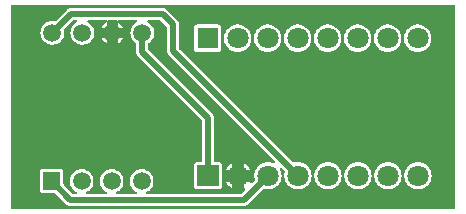
<source format=gtl>
G04 Layer: TopLayer*
G04 EasyEDA v6.5.5, 2022-06-09 14:01:39*
G04 0642bc9331b94787885f2cc059754cc5,5a628b76fac64d3cb101ae6d552a3bac,10*
G04 Gerber Generator version 0.2*
G04 Scale: 100 percent, Rotated: No, Reflected: No *
G04 Dimensions in millimeters *
G04 leading zeros omitted , absolute positions ,4 integer and 5 decimal *
%FSLAX45Y45*%
%MOMM*%

%ADD11C,0.5000*%
%ADD12C,1.4986*%
%ADD14C,1.8000*%
%ADD15R,1.8000X1.8000*%

%LPD*%
G36*
X1052068Y6883908D02*
G01*
X1048156Y6884670D01*
X1044905Y6886905D01*
X1042669Y6890156D01*
X1041908Y6894068D01*
X1041908Y8599932D01*
X1042669Y8603843D01*
X1044905Y8607094D01*
X1048156Y8609330D01*
X1052068Y8610092D01*
X4789932Y8610092D01*
X4793843Y8609330D01*
X4797094Y8607094D01*
X4799330Y8603843D01*
X4800092Y8599932D01*
X4800092Y6894068D01*
X4799330Y6890156D01*
X4797094Y6886905D01*
X4793843Y6884670D01*
X4789932Y6883908D01*
G37*

%LPC*%
G36*
X1544777Y6908698D02*
G01*
X3009696Y6908698D01*
X3014319Y6908901D01*
X3018739Y6909460D01*
X3023057Y6910425D01*
X3027324Y6911746D01*
X3031388Y6913473D01*
X3035350Y6915505D01*
X3039110Y6917893D01*
X3042615Y6920585D01*
X3046069Y6923735D01*
X3174288Y7052005D01*
X3177133Y7053986D01*
X3180486Y7054900D01*
X3183991Y7054646D01*
X3194405Y7051954D01*
X3208832Y7050125D01*
X3223361Y7050125D01*
X3237788Y7051954D01*
X3251911Y7055561D01*
X3265424Y7060946D01*
X3278174Y7067956D01*
X3289960Y7076490D01*
X3300577Y7086447D01*
X3309874Y7097674D01*
X3317646Y7109968D01*
X3323844Y7123125D01*
X3328365Y7136993D01*
X3331057Y7151268D01*
X3331972Y7165797D01*
X3331057Y7180325D01*
X3328365Y7194600D01*
X3323844Y7208469D01*
X3320491Y7215631D01*
X3319526Y7219543D01*
X3320135Y7223556D01*
X3322269Y7226960D01*
X3325571Y7229297D01*
X3329533Y7230109D01*
X3333496Y7229398D01*
X3336848Y7227163D01*
X3356254Y7207707D01*
X3358387Y7204659D01*
X3359251Y7201052D01*
X3358743Y7197394D01*
X3357829Y7194600D01*
X3355136Y7180325D01*
X3354222Y7165797D01*
X3355136Y7151268D01*
X3357829Y7136993D01*
X3362350Y7123125D01*
X3368548Y7109968D01*
X3376320Y7097674D01*
X3385616Y7086447D01*
X3396234Y7076490D01*
X3408019Y7067956D01*
X3420770Y7060946D01*
X3434283Y7055561D01*
X3448405Y7051954D01*
X3462832Y7050125D01*
X3477361Y7050125D01*
X3491788Y7051954D01*
X3505911Y7055561D01*
X3519424Y7060946D01*
X3532174Y7067956D01*
X3543960Y7076490D01*
X3554577Y7086447D01*
X3563874Y7097674D01*
X3571646Y7109968D01*
X3577844Y7123125D01*
X3582365Y7136993D01*
X3585057Y7151268D01*
X3585972Y7165797D01*
X3585057Y7180325D01*
X3582365Y7194600D01*
X3577844Y7208469D01*
X3571646Y7221626D01*
X3563874Y7233920D01*
X3554577Y7245146D01*
X3543960Y7255103D01*
X3532174Y7263638D01*
X3519424Y7270648D01*
X3505911Y7276033D01*
X3491788Y7279640D01*
X3477361Y7281468D01*
X3462832Y7281468D01*
X3448405Y7279640D01*
X3438042Y7276998D01*
X3434587Y7276693D01*
X3431184Y7277658D01*
X3428339Y7279640D01*
X2466898Y8241131D01*
X2464663Y8244382D01*
X2463901Y8248294D01*
X2463901Y8445296D01*
X2463698Y8449919D01*
X2463139Y8454339D01*
X2462174Y8458657D01*
X2460853Y8462924D01*
X2459126Y8466988D01*
X2457094Y8470950D01*
X2454706Y8474710D01*
X2452014Y8478215D01*
X2448864Y8481669D01*
X2360269Y8570264D01*
X2356815Y8573414D01*
X2353310Y8576106D01*
X2349550Y8578494D01*
X2345588Y8580526D01*
X2341524Y8582253D01*
X2337257Y8583574D01*
X2332939Y8584539D01*
X2328519Y8585098D01*
X2323896Y8585301D01*
X1550619Y8585301D01*
X1545996Y8585098D01*
X1541576Y8584539D01*
X1537258Y8583574D01*
X1532991Y8582253D01*
X1528927Y8580526D01*
X1524965Y8578494D01*
X1521206Y8576106D01*
X1517700Y8573414D01*
X1514246Y8570264D01*
X1420977Y8476996D01*
X1418183Y8475014D01*
X1414881Y8474049D01*
X1411478Y8474252D01*
X1408379Y8475014D01*
X1394968Y8476335D01*
X1381506Y8475929D01*
X1368247Y8473643D01*
X1355394Y8469680D01*
X1343152Y8463991D01*
X1331823Y8456777D01*
X1321511Y8448090D01*
X1312468Y8438083D01*
X1304848Y8426958D01*
X1298803Y8414969D01*
X1294384Y8402218D01*
X1291691Y8389061D01*
X1290777Y8375599D01*
X1291691Y8362137D01*
X1294384Y8348980D01*
X1298803Y8336229D01*
X1304848Y8324240D01*
X1312468Y8313115D01*
X1321511Y8303107D01*
X1331823Y8294420D01*
X1343152Y8287207D01*
X1355394Y8281517D01*
X1368247Y8277555D01*
X1381506Y8275269D01*
X1394968Y8274862D01*
X1408379Y8276183D01*
X1421485Y8279333D01*
X1434033Y8284159D01*
X1445869Y8290610D01*
X1456690Y8298586D01*
X1466392Y8307984D01*
X1474724Y8318550D01*
X1481582Y8330133D01*
X1486865Y8342528D01*
X1490421Y8355533D01*
X1492199Y8368842D01*
X1492199Y8382304D01*
X1490268Y8396579D01*
X1490319Y8399678D01*
X1491284Y8402624D01*
X1493113Y8405114D01*
X1568551Y8480501D01*
X1571802Y8482736D01*
X1575714Y8483498D01*
X1593138Y8483498D01*
X1596948Y8482736D01*
X1600200Y8480602D01*
X1602435Y8477402D01*
X1603248Y8473592D01*
X1602587Y8469731D01*
X1600555Y8466429D01*
X1597152Y8463991D01*
X1585823Y8456777D01*
X1575511Y8448090D01*
X1566468Y8438083D01*
X1558848Y8426958D01*
X1552803Y8414969D01*
X1548384Y8402218D01*
X1545691Y8389061D01*
X1544777Y8375599D01*
X1545691Y8362137D01*
X1548384Y8348980D01*
X1552803Y8336229D01*
X1558848Y8324240D01*
X1566468Y8313115D01*
X1575511Y8303107D01*
X1585823Y8294420D01*
X1597152Y8287207D01*
X1609394Y8281517D01*
X1622247Y8277555D01*
X1635506Y8275269D01*
X1648968Y8274862D01*
X1662379Y8276183D01*
X1675485Y8279333D01*
X1688033Y8284159D01*
X1699869Y8290610D01*
X1710689Y8298586D01*
X1720392Y8307984D01*
X1728724Y8318550D01*
X1735582Y8330133D01*
X1740865Y8342528D01*
X1744421Y8355533D01*
X1746199Y8368842D01*
X1746199Y8382355D01*
X1744421Y8395665D01*
X1740865Y8408670D01*
X1735582Y8421065D01*
X1728724Y8432647D01*
X1720392Y8443214D01*
X1710689Y8452612D01*
X1699869Y8460587D01*
X1692859Y8464397D01*
X1689506Y8467344D01*
X1687728Y8471408D01*
X1687880Y8475827D01*
X1689912Y8479790D01*
X1693418Y8482533D01*
X1697736Y8483498D01*
X1847138Y8483498D01*
X1850948Y8482736D01*
X1854200Y8480602D01*
X1856587Y8477199D01*
X1858772Y8480501D01*
X1862074Y8482736D01*
X1865934Y8483498D01*
X1933244Y8483498D01*
X1937156Y8482736D01*
X1940458Y8480501D01*
X1942592Y8477300D01*
X1943912Y8479790D01*
X1947418Y8482533D01*
X1951736Y8483498D01*
X2101138Y8483498D01*
X2104948Y8482736D01*
X2108200Y8480602D01*
X2110435Y8477402D01*
X2111298Y8473592D01*
X2110638Y8469731D01*
X2108555Y8466429D01*
X2105152Y8463991D01*
X2093823Y8456777D01*
X2083511Y8448040D01*
X2074519Y8438083D01*
X2066848Y8426958D01*
X2060803Y8414969D01*
X2056384Y8402218D01*
X2053691Y8389010D01*
X2052777Y8375599D01*
X2053691Y8362137D01*
X2056384Y8348980D01*
X2060803Y8336229D01*
X2066848Y8324240D01*
X2074519Y8313115D01*
X2083511Y8303107D01*
X2093823Y8294420D01*
X2098040Y8291728D01*
X2100580Y8289442D01*
X2102205Y8286496D01*
X2102764Y8283143D01*
X2102764Y8209737D01*
X2102967Y8205114D01*
X2103526Y8200694D01*
X2104491Y8196376D01*
X2105812Y8192109D01*
X2107539Y8188045D01*
X2109571Y8184083D01*
X2111959Y8180324D01*
X2114651Y8176818D01*
X2117801Y8173364D01*
X2654249Y7636916D01*
X2656484Y7633665D01*
X2657246Y7629753D01*
X2657246Y7291882D01*
X2656484Y7287971D01*
X2654249Y7284669D01*
X2650947Y7282484D01*
X2647086Y7281722D01*
X2618689Y7281722D01*
X2612339Y7281011D01*
X2606903Y7279081D01*
X2601976Y7275982D01*
X2597912Y7271918D01*
X2594813Y7266990D01*
X2592882Y7261555D01*
X2592171Y7255256D01*
X2592171Y7076389D01*
X2592882Y7070039D01*
X2594813Y7064603D01*
X2597912Y7059675D01*
X2601976Y7055612D01*
X2606903Y7052513D01*
X2612339Y7050582D01*
X2618689Y7049871D01*
X2797505Y7049871D01*
X2803855Y7050582D01*
X2809290Y7052513D01*
X2814218Y7055612D01*
X2818282Y7059675D01*
X2821381Y7064603D01*
X2823311Y7070039D01*
X2824022Y7076389D01*
X2824022Y7255256D01*
X2823311Y7261555D01*
X2821381Y7266990D01*
X2818282Y7271918D01*
X2814218Y7275982D01*
X2809290Y7279081D01*
X2803855Y7281011D01*
X2797505Y7281722D01*
X2769209Y7281722D01*
X2765348Y7282484D01*
X2762046Y7284669D01*
X2759811Y7287971D01*
X2759049Y7291882D01*
X2759049Y7654848D01*
X2758846Y7659471D01*
X2758287Y7663891D01*
X2757322Y7668209D01*
X2756001Y7672476D01*
X2754274Y7676540D01*
X2752242Y7680502D01*
X2749854Y7684262D01*
X2747162Y7687767D01*
X2744012Y7691221D01*
X2207564Y8227669D01*
X2205329Y8230920D01*
X2204567Y8234832D01*
X2204567Y8283041D01*
X2205075Y8286191D01*
X2206498Y8288985D01*
X2208682Y8291220D01*
X2218690Y8298586D01*
X2228392Y8307984D01*
X2236724Y8318550D01*
X2243582Y8330133D01*
X2248865Y8342528D01*
X2252421Y8355533D01*
X2254199Y8368842D01*
X2254199Y8382355D01*
X2252421Y8395665D01*
X2248865Y8408670D01*
X2243582Y8421065D01*
X2236724Y8432647D01*
X2228392Y8443214D01*
X2218690Y8452561D01*
X2207869Y8460587D01*
X2200859Y8464397D01*
X2197506Y8467344D01*
X2195728Y8471408D01*
X2195880Y8475827D01*
X2197912Y8479790D01*
X2201418Y8482533D01*
X2205736Y8483498D01*
X2298801Y8483498D01*
X2302713Y8482736D01*
X2305964Y8480501D01*
X2359101Y8427364D01*
X2361336Y8424113D01*
X2362098Y8420201D01*
X2362098Y8223199D01*
X2362301Y8218576D01*
X2362860Y8214156D01*
X2363825Y8209838D01*
X2365146Y8205571D01*
X2366873Y8201507D01*
X2368905Y8197545D01*
X2371293Y8193786D01*
X2373985Y8190280D01*
X2377135Y8186826D01*
X3276955Y7287056D01*
X3279140Y7283805D01*
X3279901Y7279944D01*
X3279140Y7276033D01*
X3277006Y7272781D01*
X3273755Y7270546D01*
X3269894Y7269734D01*
X3266033Y7270445D01*
X3251911Y7276033D01*
X3237788Y7279640D01*
X3223361Y7281468D01*
X3208832Y7281468D01*
X3194405Y7279640D01*
X3180283Y7276033D01*
X3166770Y7270648D01*
X3154019Y7263638D01*
X3142234Y7255103D01*
X3131616Y7245146D01*
X3122320Y7233920D01*
X3114548Y7221626D01*
X3108350Y7208469D01*
X3103829Y7194600D01*
X3101136Y7180325D01*
X3100222Y7165797D01*
X3101136Y7151268D01*
X3103829Y7136993D01*
X3104743Y7134250D01*
X3105200Y7130592D01*
X3104337Y7126986D01*
X3102254Y7123938D01*
X3082899Y7104634D01*
X3079546Y7102398D01*
X3075584Y7101636D01*
X3071672Y7102500D01*
X3068370Y7104837D01*
X3066237Y7108240D01*
X3065576Y7112203D01*
X3066135Y7114438D01*
X3013456Y7114438D01*
X3013456Y7061606D01*
X3017774Y7061606D01*
X3021685Y7059777D01*
X3024530Y7056526D01*
X3025749Y7052411D01*
X3025140Y7048093D01*
X3022803Y7044486D01*
X2991764Y7013498D01*
X2988513Y7011263D01*
X2984601Y7010501D01*
X2195372Y7010501D01*
X2191512Y7011263D01*
X2188260Y7013397D01*
X2186025Y7016597D01*
X2185212Y7020407D01*
X2185873Y7024268D01*
X2187905Y7027570D01*
X2191054Y7029907D01*
X2194763Y7031583D01*
X2206091Y7038848D01*
X2216404Y7047534D01*
X2225395Y7057542D01*
X2233066Y7068616D01*
X2239111Y7080656D01*
X2243531Y7093356D01*
X2246223Y7106564D01*
X2247138Y7119975D01*
X2246223Y7133437D01*
X2243531Y7146645D01*
X2239111Y7159345D01*
X2233066Y7171385D01*
X2225395Y7182459D01*
X2216404Y7192467D01*
X2206091Y7201153D01*
X2194763Y7208418D01*
X2182520Y7214057D01*
X2169668Y7218070D01*
X2156409Y7220305D01*
X2142947Y7220762D01*
X2129536Y7219391D01*
X2116429Y7216292D01*
X2103882Y7211466D01*
X2092045Y7204964D01*
X2081225Y7196988D01*
X2071522Y7187641D01*
X2063191Y7177074D01*
X2056333Y7165492D01*
X2051050Y7153046D01*
X2047493Y7140092D01*
X2045716Y7126731D01*
X2045716Y7113270D01*
X2047493Y7099909D01*
X2051050Y7086955D01*
X2056333Y7074509D01*
X2063191Y7062927D01*
X2071522Y7052360D01*
X2081225Y7043013D01*
X2092045Y7035038D01*
X2102002Y7029602D01*
X2105304Y7026656D01*
X2107082Y7022592D01*
X2106930Y7018172D01*
X2104948Y7014209D01*
X2101443Y7011466D01*
X2097125Y7010501D01*
X1941372Y7010501D01*
X1937512Y7011263D01*
X1934260Y7013397D01*
X1932025Y7016597D01*
X1931212Y7020407D01*
X1931873Y7024268D01*
X1933905Y7027570D01*
X1937054Y7029907D01*
X1940763Y7031583D01*
X1952091Y7038848D01*
X1962404Y7047534D01*
X1971395Y7057542D01*
X1979066Y7068616D01*
X1985111Y7080656D01*
X1989531Y7093356D01*
X1992223Y7106564D01*
X1993138Y7119975D01*
X1992223Y7133437D01*
X1989531Y7146645D01*
X1985111Y7159345D01*
X1979066Y7171385D01*
X1971395Y7182459D01*
X1962404Y7192467D01*
X1952091Y7201153D01*
X1940763Y7208418D01*
X1928520Y7214057D01*
X1915668Y7218070D01*
X1902409Y7220305D01*
X1888947Y7220762D01*
X1875536Y7219391D01*
X1862429Y7216292D01*
X1849882Y7211466D01*
X1838045Y7204964D01*
X1827225Y7196988D01*
X1817522Y7187641D01*
X1809191Y7177074D01*
X1802333Y7165492D01*
X1797050Y7153046D01*
X1793493Y7140092D01*
X1791716Y7126731D01*
X1791716Y7113270D01*
X1793493Y7099909D01*
X1797050Y7086955D01*
X1802333Y7074509D01*
X1809191Y7062927D01*
X1817522Y7052360D01*
X1827225Y7043013D01*
X1838045Y7035038D01*
X1848002Y7029602D01*
X1851304Y7026656D01*
X1853082Y7022592D01*
X1852930Y7018172D01*
X1850948Y7014209D01*
X1847443Y7011466D01*
X1843125Y7010501D01*
X1687372Y7010501D01*
X1683512Y7011263D01*
X1680260Y7013397D01*
X1678025Y7016597D01*
X1677212Y7020407D01*
X1677873Y7024268D01*
X1679905Y7027570D01*
X1683054Y7029907D01*
X1686763Y7031583D01*
X1698091Y7038848D01*
X1708404Y7047534D01*
X1717395Y7057542D01*
X1725066Y7068616D01*
X1731111Y7080656D01*
X1735531Y7093356D01*
X1738223Y7106564D01*
X1739138Y7119975D01*
X1738223Y7133437D01*
X1735531Y7146645D01*
X1731111Y7159345D01*
X1725066Y7171385D01*
X1717395Y7182459D01*
X1708404Y7192467D01*
X1698091Y7201153D01*
X1686763Y7208418D01*
X1674520Y7214057D01*
X1661668Y7218070D01*
X1648409Y7220305D01*
X1634947Y7220762D01*
X1621536Y7219391D01*
X1608429Y7216292D01*
X1595882Y7211466D01*
X1584045Y7204964D01*
X1573225Y7196988D01*
X1563522Y7187641D01*
X1555191Y7177074D01*
X1548333Y7165492D01*
X1543050Y7153046D01*
X1539494Y7140092D01*
X1537716Y7126731D01*
X1537716Y7113270D01*
X1539494Y7099909D01*
X1543050Y7086955D01*
X1548333Y7074509D01*
X1555191Y7062927D01*
X1563522Y7052360D01*
X1573225Y7043013D01*
X1584045Y7035038D01*
X1594002Y7029602D01*
X1597304Y7026656D01*
X1599082Y7022592D01*
X1598930Y7018172D01*
X1596948Y7014209D01*
X1593443Y7011466D01*
X1589125Y7010501D01*
X1569872Y7010501D01*
X1565960Y7011263D01*
X1562709Y7013498D01*
X1488135Y7088073D01*
X1485900Y7091375D01*
X1485138Y7095236D01*
X1485138Y7194346D01*
X1484426Y7200696D01*
X1482496Y7206132D01*
X1479448Y7211059D01*
X1475333Y7215124D01*
X1470456Y7218222D01*
X1464970Y7220102D01*
X1458671Y7220813D01*
X1309928Y7220813D01*
X1303629Y7220102D01*
X1298143Y7218222D01*
X1293266Y7215124D01*
X1289151Y7211059D01*
X1286103Y7206132D01*
X1284173Y7200696D01*
X1283462Y7194346D01*
X1283462Y7045655D01*
X1284173Y7039305D01*
X1286103Y7033869D01*
X1289151Y7028942D01*
X1293266Y7024878D01*
X1298143Y7021779D01*
X1303629Y7019848D01*
X1309928Y7019137D01*
X1408785Y7019137D01*
X1412697Y7018375D01*
X1415999Y7016191D01*
X1508404Y6923735D01*
X1511858Y6920585D01*
X1515364Y6917893D01*
X1519123Y6915505D01*
X1523085Y6913473D01*
X1527149Y6911746D01*
X1531416Y6910425D01*
X1535734Y6909460D01*
X1540154Y6908901D01*
G37*
G36*
X4224832Y7050125D02*
G01*
X4239361Y7050125D01*
X4253788Y7051954D01*
X4267911Y7055561D01*
X4281424Y7060946D01*
X4294174Y7067956D01*
X4305960Y7076490D01*
X4316577Y7086447D01*
X4325874Y7097674D01*
X4333646Y7109968D01*
X4339844Y7123125D01*
X4344365Y7136993D01*
X4347057Y7151268D01*
X4347972Y7165797D01*
X4347057Y7180325D01*
X4344365Y7194600D01*
X4339844Y7208469D01*
X4333646Y7221626D01*
X4325874Y7233920D01*
X4316577Y7245146D01*
X4305960Y7255103D01*
X4294174Y7263638D01*
X4281424Y7270648D01*
X4267911Y7276033D01*
X4253788Y7279640D01*
X4239361Y7281468D01*
X4224832Y7281468D01*
X4210405Y7279640D01*
X4196283Y7276033D01*
X4182770Y7270648D01*
X4170019Y7263638D01*
X4158234Y7255103D01*
X4147616Y7245146D01*
X4138320Y7233920D01*
X4130548Y7221626D01*
X4124350Y7208469D01*
X4119829Y7194600D01*
X4117136Y7180325D01*
X4116222Y7165797D01*
X4117136Y7151268D01*
X4119829Y7136993D01*
X4124350Y7123125D01*
X4130548Y7109968D01*
X4138320Y7097674D01*
X4147616Y7086447D01*
X4158234Y7076490D01*
X4170019Y7067956D01*
X4182770Y7060946D01*
X4196283Y7055561D01*
X4210405Y7051954D01*
G37*
G36*
X3970832Y7050125D02*
G01*
X3985361Y7050125D01*
X3999788Y7051954D01*
X4013911Y7055561D01*
X4027424Y7060946D01*
X4040174Y7067956D01*
X4051960Y7076490D01*
X4062577Y7086447D01*
X4071874Y7097674D01*
X4079646Y7109968D01*
X4085844Y7123125D01*
X4090365Y7136993D01*
X4093057Y7151268D01*
X4093972Y7165797D01*
X4093057Y7180325D01*
X4090365Y7194600D01*
X4085844Y7208469D01*
X4079646Y7221626D01*
X4071874Y7233920D01*
X4062577Y7245146D01*
X4051960Y7255103D01*
X4040174Y7263638D01*
X4027424Y7270648D01*
X4013911Y7276033D01*
X3999788Y7279640D01*
X3985361Y7281468D01*
X3970832Y7281468D01*
X3956405Y7279640D01*
X3942283Y7276033D01*
X3928770Y7270648D01*
X3916019Y7263638D01*
X3904234Y7255103D01*
X3893616Y7245146D01*
X3884320Y7233920D01*
X3876548Y7221626D01*
X3870350Y7208469D01*
X3865829Y7194600D01*
X3863136Y7180325D01*
X3862222Y7165797D01*
X3863136Y7151268D01*
X3865829Y7136993D01*
X3870350Y7123125D01*
X3876548Y7109968D01*
X3884320Y7097674D01*
X3893616Y7086447D01*
X3904234Y7076490D01*
X3916019Y7067956D01*
X3928770Y7060946D01*
X3942283Y7055561D01*
X3956405Y7051954D01*
G37*
G36*
X3716832Y7050125D02*
G01*
X3731361Y7050125D01*
X3745788Y7051954D01*
X3759911Y7055561D01*
X3773424Y7060946D01*
X3786174Y7067956D01*
X3797960Y7076490D01*
X3808577Y7086447D01*
X3817874Y7097674D01*
X3825646Y7109968D01*
X3831844Y7123125D01*
X3836365Y7136993D01*
X3839057Y7151268D01*
X3839972Y7165797D01*
X3839057Y7180325D01*
X3836365Y7194600D01*
X3831844Y7208469D01*
X3825646Y7221626D01*
X3817874Y7233920D01*
X3808577Y7245146D01*
X3797960Y7255103D01*
X3786174Y7263638D01*
X3773424Y7270648D01*
X3759911Y7276033D01*
X3745788Y7279640D01*
X3731361Y7281468D01*
X3716832Y7281468D01*
X3702405Y7279640D01*
X3688283Y7276033D01*
X3674770Y7270648D01*
X3662019Y7263638D01*
X3650234Y7255103D01*
X3639616Y7245146D01*
X3630320Y7233920D01*
X3622548Y7221626D01*
X3616350Y7208469D01*
X3611829Y7194600D01*
X3609136Y7180325D01*
X3608222Y7165797D01*
X3609136Y7151268D01*
X3611829Y7136993D01*
X3616350Y7123125D01*
X3622548Y7109968D01*
X3630320Y7097674D01*
X3639616Y7086447D01*
X3650234Y7076490D01*
X3662019Y7067956D01*
X3674770Y7060946D01*
X3688283Y7055561D01*
X3702405Y7051954D01*
G37*
G36*
X4478832Y7050125D02*
G01*
X4493361Y7050125D01*
X4507788Y7051954D01*
X4521911Y7055561D01*
X4535424Y7060946D01*
X4548174Y7067956D01*
X4559960Y7076490D01*
X4570577Y7086447D01*
X4579874Y7097674D01*
X4587646Y7109968D01*
X4593844Y7123125D01*
X4598365Y7136993D01*
X4601057Y7151268D01*
X4601972Y7165797D01*
X4601057Y7180325D01*
X4598365Y7194600D01*
X4593844Y7208469D01*
X4587646Y7221626D01*
X4579874Y7233920D01*
X4570577Y7245146D01*
X4559960Y7255103D01*
X4548174Y7263638D01*
X4535424Y7270648D01*
X4521911Y7276033D01*
X4507788Y7279640D01*
X4493361Y7281468D01*
X4478832Y7281468D01*
X4464405Y7279640D01*
X4450283Y7276033D01*
X4436770Y7270648D01*
X4424019Y7263638D01*
X4412234Y7255103D01*
X4401616Y7245146D01*
X4392320Y7233920D01*
X4384548Y7221626D01*
X4378350Y7208469D01*
X4373829Y7194600D01*
X4371136Y7180325D01*
X4370222Y7165797D01*
X4371136Y7151268D01*
X4373829Y7136993D01*
X4378350Y7123125D01*
X4384548Y7109968D01*
X4392320Y7097674D01*
X4401616Y7086447D01*
X4412234Y7076490D01*
X4424019Y7067956D01*
X4436770Y7060946D01*
X4450283Y7055561D01*
X4464405Y7051954D01*
G37*
G36*
X2910738Y7062063D02*
G01*
X2910738Y7114438D01*
X2858414Y7114438D01*
X2860548Y7109968D01*
X2868320Y7097674D01*
X2877616Y7086447D01*
X2888234Y7076490D01*
X2900019Y7067956D01*
G37*
G36*
X3013456Y7217156D02*
G01*
X3065780Y7217156D01*
X3063646Y7221626D01*
X3055874Y7233920D01*
X3046577Y7245146D01*
X3035960Y7255103D01*
X3024174Y7263638D01*
X3013456Y7269581D01*
G37*
G36*
X2858414Y7217156D02*
G01*
X2910738Y7217156D01*
X2910738Y7269581D01*
X2900019Y7263638D01*
X2888234Y7255103D01*
X2877616Y7245146D01*
X2868320Y7233920D01*
X2860548Y7221626D01*
G37*
G36*
X2615692Y8213902D02*
G01*
X2794508Y8213902D01*
X2800858Y8214614D01*
X2806293Y8216493D01*
X2811221Y8219592D01*
X2815285Y8223707D01*
X2818384Y8228584D01*
X2820314Y8234070D01*
X2821025Y8240369D01*
X2821025Y8419236D01*
X2820314Y8425535D01*
X2818384Y8431022D01*
X2815285Y8435898D01*
X2811221Y8440013D01*
X2806293Y8443061D01*
X2800858Y8444992D01*
X2794508Y8445703D01*
X2615692Y8445703D01*
X2609342Y8444992D01*
X2603906Y8443061D01*
X2598978Y8440013D01*
X2594914Y8435898D01*
X2591816Y8431022D01*
X2589885Y8425535D01*
X2589174Y8419236D01*
X2589174Y8240369D01*
X2589885Y8234070D01*
X2591816Y8228584D01*
X2594914Y8223707D01*
X2598978Y8219592D01*
X2603906Y8216493D01*
X2609342Y8214614D01*
G37*
G36*
X3205835Y8214156D02*
G01*
X3220364Y8214156D01*
X3234791Y8215985D01*
X3248914Y8219592D01*
X3262426Y8224926D01*
X3275177Y8231936D01*
X3286963Y8240522D01*
X3297580Y8250478D01*
X3306876Y8261705D01*
X3314649Y8273948D01*
X3320846Y8287156D01*
X3325368Y8300974D01*
X3328060Y8315248D01*
X3328974Y8329777D01*
X3328060Y8344306D01*
X3325368Y8358631D01*
X3320846Y8372449D01*
X3314649Y8385606D01*
X3306876Y8397900D01*
X3297580Y8409127D01*
X3286963Y8419084D01*
X3275177Y8427669D01*
X3262426Y8434679D01*
X3248914Y8440013D01*
X3234791Y8443620D01*
X3220364Y8445449D01*
X3205835Y8445449D01*
X3191408Y8443620D01*
X3177286Y8440013D01*
X3163773Y8434679D01*
X3151022Y8427669D01*
X3139236Y8419084D01*
X3128619Y8409127D01*
X3119323Y8397900D01*
X3111550Y8385606D01*
X3105353Y8372449D01*
X3100832Y8358631D01*
X3098139Y8344306D01*
X3097225Y8329777D01*
X3098139Y8315248D01*
X3100832Y8300974D01*
X3105353Y8287156D01*
X3111550Y8273948D01*
X3119323Y8261705D01*
X3128619Y8250478D01*
X3139236Y8240522D01*
X3151022Y8231936D01*
X3163773Y8224926D01*
X3177286Y8219592D01*
X3191408Y8215985D01*
G37*
G36*
X3967835Y8214156D02*
G01*
X3982364Y8214156D01*
X3996791Y8215985D01*
X4010914Y8219592D01*
X4024426Y8224926D01*
X4037177Y8231936D01*
X4048963Y8240522D01*
X4059580Y8250478D01*
X4068876Y8261705D01*
X4076649Y8273948D01*
X4082846Y8287156D01*
X4087368Y8300974D01*
X4090060Y8315248D01*
X4090974Y8329777D01*
X4090060Y8344306D01*
X4087368Y8358631D01*
X4082846Y8372449D01*
X4076649Y8385606D01*
X4068876Y8397900D01*
X4059580Y8409127D01*
X4048963Y8419084D01*
X4037177Y8427669D01*
X4024426Y8434679D01*
X4010914Y8440013D01*
X3996791Y8443620D01*
X3982364Y8445449D01*
X3967835Y8445449D01*
X3953408Y8443620D01*
X3939286Y8440013D01*
X3925773Y8434679D01*
X3913022Y8427669D01*
X3901236Y8419084D01*
X3890619Y8409127D01*
X3881323Y8397900D01*
X3873550Y8385606D01*
X3867353Y8372449D01*
X3862832Y8358631D01*
X3860139Y8344306D01*
X3859225Y8329777D01*
X3860139Y8315248D01*
X3862832Y8300974D01*
X3867353Y8287156D01*
X3873550Y8273948D01*
X3881323Y8261705D01*
X3890619Y8250478D01*
X3901236Y8240522D01*
X3913022Y8231936D01*
X3925773Y8224926D01*
X3939286Y8219592D01*
X3953408Y8215985D01*
G37*
G36*
X3459835Y8214156D02*
G01*
X3474364Y8214156D01*
X3488791Y8215985D01*
X3502914Y8219592D01*
X3516426Y8224926D01*
X3529177Y8231936D01*
X3540963Y8240522D01*
X3551580Y8250478D01*
X3560876Y8261705D01*
X3568649Y8273948D01*
X3574846Y8287156D01*
X3579368Y8300974D01*
X3582060Y8315248D01*
X3582974Y8329777D01*
X3582060Y8344306D01*
X3579368Y8358631D01*
X3574846Y8372449D01*
X3568649Y8385606D01*
X3560876Y8397900D01*
X3551580Y8409127D01*
X3540963Y8419084D01*
X3529177Y8427669D01*
X3516426Y8434679D01*
X3502914Y8440013D01*
X3488791Y8443620D01*
X3474364Y8445449D01*
X3459835Y8445449D01*
X3445408Y8443620D01*
X3431286Y8440013D01*
X3417773Y8434679D01*
X3405022Y8427669D01*
X3393236Y8419084D01*
X3382619Y8409127D01*
X3373323Y8397900D01*
X3365550Y8385606D01*
X3359353Y8372449D01*
X3354832Y8358631D01*
X3352139Y8344306D01*
X3351225Y8329777D01*
X3352139Y8315248D01*
X3354832Y8300974D01*
X3359353Y8287156D01*
X3365550Y8273948D01*
X3373323Y8261705D01*
X3382619Y8250478D01*
X3393236Y8240522D01*
X3405022Y8231936D01*
X3417773Y8224926D01*
X3431286Y8219592D01*
X3445408Y8215985D01*
G37*
G36*
X2951835Y8214156D02*
G01*
X2966364Y8214156D01*
X2980791Y8215985D01*
X2994914Y8219592D01*
X3008426Y8224926D01*
X3021177Y8231936D01*
X3032963Y8240522D01*
X3043580Y8250478D01*
X3052876Y8261705D01*
X3060649Y8273948D01*
X3066846Y8287156D01*
X3071368Y8300974D01*
X3074060Y8315248D01*
X3074974Y8329777D01*
X3074060Y8344306D01*
X3071368Y8358631D01*
X3066846Y8372449D01*
X3060649Y8385606D01*
X3052876Y8397900D01*
X3043580Y8409127D01*
X3032963Y8419084D01*
X3021177Y8427669D01*
X3008426Y8434679D01*
X2994914Y8440013D01*
X2980791Y8443620D01*
X2966364Y8445449D01*
X2951835Y8445449D01*
X2937408Y8443620D01*
X2923286Y8440013D01*
X2909773Y8434679D01*
X2897022Y8427669D01*
X2885236Y8419084D01*
X2874619Y8409127D01*
X2865323Y8397900D01*
X2857550Y8385606D01*
X2851353Y8372449D01*
X2846832Y8358631D01*
X2844139Y8344306D01*
X2843225Y8329777D01*
X2844139Y8315248D01*
X2846832Y8300974D01*
X2851353Y8287156D01*
X2857550Y8273948D01*
X2865323Y8261705D01*
X2874619Y8250478D01*
X2885236Y8240522D01*
X2897022Y8231936D01*
X2909773Y8224926D01*
X2923286Y8219592D01*
X2937408Y8215985D01*
G37*
G36*
X4221835Y8214156D02*
G01*
X4236364Y8214156D01*
X4250791Y8215985D01*
X4264914Y8219592D01*
X4278426Y8224926D01*
X4291177Y8231936D01*
X4302963Y8240522D01*
X4313580Y8250478D01*
X4322876Y8261705D01*
X4330649Y8273948D01*
X4336846Y8287156D01*
X4341368Y8300974D01*
X4344060Y8315248D01*
X4344974Y8329777D01*
X4344060Y8344306D01*
X4341368Y8358631D01*
X4336846Y8372449D01*
X4330649Y8385606D01*
X4322876Y8397900D01*
X4313580Y8409127D01*
X4302963Y8419084D01*
X4291177Y8427669D01*
X4278426Y8434679D01*
X4264914Y8440013D01*
X4250791Y8443620D01*
X4236364Y8445449D01*
X4221835Y8445449D01*
X4207408Y8443620D01*
X4193286Y8440013D01*
X4179773Y8434679D01*
X4167022Y8427669D01*
X4155236Y8419084D01*
X4144619Y8409127D01*
X4135323Y8397900D01*
X4127550Y8385606D01*
X4121353Y8372449D01*
X4116832Y8358631D01*
X4114139Y8344306D01*
X4113225Y8329777D01*
X4114139Y8315248D01*
X4116832Y8300974D01*
X4121353Y8287156D01*
X4127550Y8273948D01*
X4135323Y8261705D01*
X4144619Y8250478D01*
X4155236Y8240522D01*
X4167022Y8231936D01*
X4179773Y8224926D01*
X4193286Y8219592D01*
X4207408Y8215985D01*
G37*
G36*
X3713835Y8214156D02*
G01*
X3728364Y8214156D01*
X3742791Y8215985D01*
X3756914Y8219592D01*
X3770426Y8224926D01*
X3783177Y8231936D01*
X3794963Y8240522D01*
X3805580Y8250478D01*
X3814876Y8261705D01*
X3822649Y8273948D01*
X3828846Y8287156D01*
X3833368Y8300974D01*
X3836060Y8315248D01*
X3836974Y8329777D01*
X3836060Y8344306D01*
X3833368Y8358631D01*
X3828846Y8372449D01*
X3822649Y8385606D01*
X3814876Y8397900D01*
X3805580Y8409127D01*
X3794963Y8419084D01*
X3783177Y8427669D01*
X3770426Y8434679D01*
X3756914Y8440013D01*
X3742791Y8443620D01*
X3728364Y8445449D01*
X3713835Y8445449D01*
X3699408Y8443620D01*
X3685286Y8440013D01*
X3671773Y8434679D01*
X3659022Y8427669D01*
X3647236Y8419084D01*
X3636619Y8409127D01*
X3627323Y8397900D01*
X3619550Y8385606D01*
X3613353Y8372449D01*
X3608832Y8358631D01*
X3606139Y8344306D01*
X3605225Y8329777D01*
X3606139Y8315248D01*
X3608832Y8300974D01*
X3613353Y8287156D01*
X3619550Y8273948D01*
X3627323Y8261705D01*
X3636619Y8250478D01*
X3647236Y8240522D01*
X3659022Y8231936D01*
X3671773Y8224926D01*
X3685286Y8219592D01*
X3699408Y8215985D01*
G37*
G36*
X4475835Y8214156D02*
G01*
X4490364Y8214156D01*
X4504791Y8215985D01*
X4518914Y8219592D01*
X4532426Y8224926D01*
X4545177Y8231936D01*
X4556963Y8240522D01*
X4567580Y8250478D01*
X4576876Y8261705D01*
X4584649Y8273948D01*
X4590846Y8287156D01*
X4595368Y8300974D01*
X4598060Y8315248D01*
X4598974Y8329777D01*
X4598060Y8344306D01*
X4595368Y8358631D01*
X4590846Y8372449D01*
X4584649Y8385606D01*
X4576876Y8397900D01*
X4567580Y8409127D01*
X4556963Y8419084D01*
X4545177Y8427669D01*
X4532426Y8434679D01*
X4518914Y8440013D01*
X4504791Y8443620D01*
X4490364Y8445449D01*
X4475835Y8445449D01*
X4461408Y8443620D01*
X4447286Y8440013D01*
X4433773Y8434679D01*
X4421022Y8427669D01*
X4409236Y8419084D01*
X4398619Y8409127D01*
X4389323Y8397900D01*
X4381550Y8385606D01*
X4375353Y8372449D01*
X4370832Y8358631D01*
X4368139Y8344306D01*
X4367225Y8329777D01*
X4368139Y8315248D01*
X4370832Y8300974D01*
X4375353Y8287156D01*
X4381550Y8273948D01*
X4389323Y8261705D01*
X4398619Y8250478D01*
X4409236Y8240522D01*
X4421022Y8231936D01*
X4433773Y8224926D01*
X4447286Y8219592D01*
X4461408Y8215985D01*
G37*
G36*
X1943404Y8284921D02*
G01*
X1953869Y8290610D01*
X1964689Y8298586D01*
X1974392Y8307984D01*
X1982724Y8318550D01*
X1989582Y8330133D01*
X1990293Y8331758D01*
X1943404Y8331758D01*
G37*
G36*
X1855774Y8285022D02*
G01*
X1855774Y8331758D01*
X1809038Y8331758D01*
X1812848Y8324240D01*
X1820468Y8313115D01*
X1829511Y8303107D01*
X1839823Y8294420D01*
X1851152Y8287207D01*
G37*
G36*
X1943404Y8419388D02*
G01*
X1990293Y8419388D01*
X1989582Y8421065D01*
X1982724Y8432647D01*
X1974392Y8443214D01*
X1964689Y8452612D01*
X1953869Y8460587D01*
X1946859Y8464397D01*
X1943404Y8467547D01*
G37*
G36*
X1809038Y8419388D02*
G01*
X1855774Y8419388D01*
X1855774Y8468410D01*
X1854555Y8466429D01*
X1851152Y8463991D01*
X1839823Y8456777D01*
X1829511Y8448090D01*
X1820468Y8438083D01*
X1812848Y8426958D01*
G37*

%LPD*%
D11*
X1391665Y8375650D02*
G01*
X1550415Y8534400D01*
X2324100Y8534400D01*
X2413000Y8445500D01*
X2413000Y8222995D01*
X3470147Y7165847D01*
X1384300Y7119873D02*
G01*
X1544573Y6959600D01*
X3009900Y6959600D01*
X3216147Y7165847D01*
X2153665Y8375650D02*
G01*
X2153665Y8209534D01*
X2708147Y7655052D01*
X2708147Y7165847D01*
D12*
G01*
X2153615Y8375596D03*
G01*
X1899615Y8375596D03*
G01*
X1645615Y8375596D03*
G01*
X1391615Y8375596D03*
G36*
X1309370Y7194928D02*
G01*
X1459229Y7194928D01*
X1459229Y7045068D01*
X1309370Y7045068D01*
G37*
G01*
X1638300Y7119998D03*
G01*
X1892300Y7119998D03*
G01*
X2146300Y7119998D03*
D14*
G01*
X4486097Y7165797D03*
G01*
X4232097Y7165797D03*
G01*
X3978097Y7165797D03*
G01*
X3724097Y7165797D03*
G01*
X3470097Y7165797D03*
G01*
X3216097Y7165797D03*
G01*
X2962097Y7165797D03*
G36*
X2618097Y7255802D02*
G01*
X2798097Y7255802D01*
X2798097Y7075802D01*
X2618097Y7075802D01*
G37*
D15*
G01*
X2705100Y8329803D03*
D14*
G01*
X2959100Y8329803D03*
G01*
X3213100Y8329803D03*
G01*
X3467100Y8329803D03*
G01*
X3721100Y8329803D03*
G01*
X3975100Y8329803D03*
G01*
X4229100Y8329803D03*
G01*
X4483100Y8329803D03*
M02*

</source>
